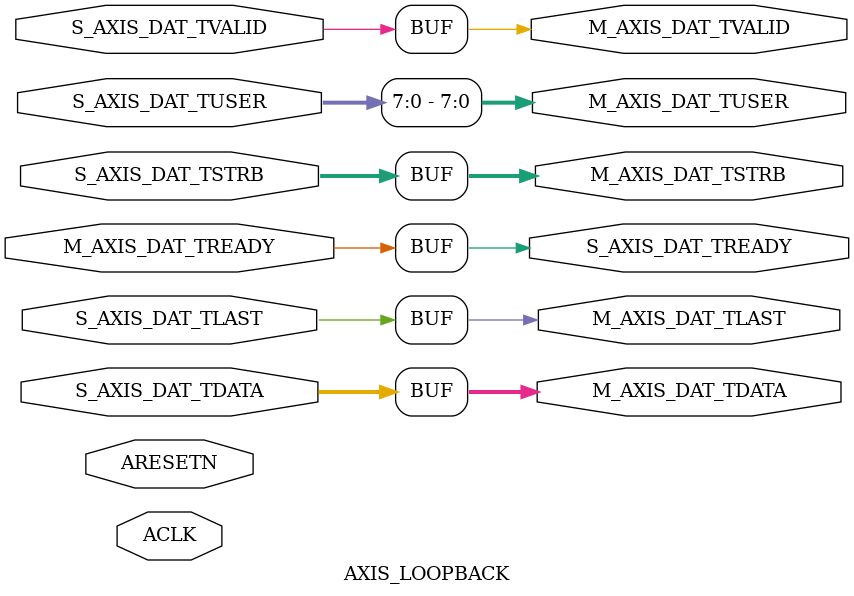
<source format=v>


module AXIS_LOOPBACK (
  input  wire        ACLK,
  input  wire        ARESETN,
  input  wire [32:0] S_AXIS_DAT_TDATA,
  input  wire        S_AXIS_DAT_TVALID,
  input  wire [3:0]  S_AXIS_DAT_TSTRB,
  input  wire [32:0] S_AXIS_DAT_TUSER,
  input  wire        S_AXIS_DAT_TLAST,
  output wire        S_AXIS_DAT_TREADY,

  output wire [32:0] M_AXIS_DAT_TDATA,
  output wire        M_AXIS_DAT_TVALID,
  output wire [3:0]  M_AXIS_DAT_TSTRB,
  output wire [7:0]  M_AXIS_DAT_TUSER,
  output wire        M_AXIS_DAT_TLAST,
  input  wire        M_AXIS_DAT_TREADY,
);

// Just loop the signals through...
  assign M_AXIS_DAT_TDATA  = S_AXIS_DAT_TDATA;
  assign M_AXIS_DAT_TVALID = S_AXIS_DAT_TVALID;
  assign M_AXIS_DAT_TSTRB  = S_AXIS_DAT_TSTRB;
  assign M_AXIS_DAT_TUSER  = S_AXIS_DAT_TUSER[7:0];  // Pass the opcode through, drop the rest
  assign M_AXIS_DAT_TLAST  = S_AXIS_DAT_TLAST;
  assign S_AXIS_DAT_TREADY = M_AXIS_DAT_TREADY;

endmodule

</source>
